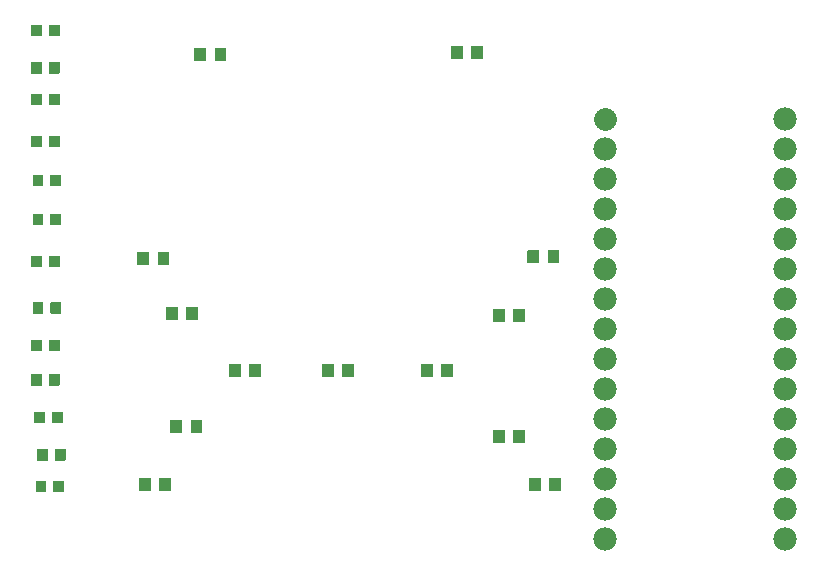
<source format=gts>
G04 Layer: TopSolderMaskLayer*
G04 EasyEDA v6.5.5, 2022-06-27 22:24:16*
G04 832f08802b6e47e68c83d968e1e2cad1,305bcb4f1a4f4cdfadb131dd0c2083ea,10*
G04 Gerber Generator version 0.2*
G04 Scale: 100 percent, Rotated: No, Reflected: No *
G04 Dimensions in inches *
G04 leading zeros omitted , absolute positions ,3 integer and 6 decimal *
%FSLAX36Y36*%
%MOIN*%

%ADD19C,0.0780*%

%LPD*%
D19*
X2180001Y2435001D02*
G01*
X2180001Y2435001D01*
G36*
X1668800Y2633299D02*
G01*
X1668824Y2633315D01*
X1668224Y2633415D01*
X1667624Y2633715D01*
X1667224Y2634115D01*
X1666924Y2634715D01*
X1666824Y2635315D01*
X1666800Y2635300D01*
X1666800Y2674699D01*
X1666824Y2674684D01*
X1666924Y2675284D01*
X1667224Y2675884D01*
X1667624Y2676284D01*
X1668224Y2676584D01*
X1668824Y2676684D01*
X1668800Y2676700D01*
X1704300Y2676700D01*
X1704254Y2676684D01*
X1704854Y2676584D01*
X1705453Y2676284D01*
X1705853Y2675884D01*
X1706154Y2675284D01*
X1706254Y2674684D01*
X1706300Y2674699D01*
X1706300Y2635300D01*
X1706254Y2635315D01*
X1706154Y2634715D01*
X1705853Y2634115D01*
X1705453Y2633715D01*
X1704854Y2633415D01*
X1704254Y2633315D01*
X1704300Y2633299D01*
G37*
G36*
X1735799Y2633299D02*
G01*
X1735753Y2633315D01*
X1735153Y2633415D01*
X1734553Y2633715D01*
X1734153Y2634115D01*
X1733852Y2634715D01*
X1733753Y2635315D01*
X1733800Y2635300D01*
X1733800Y2674699D01*
X1733753Y2674684D01*
X1733852Y2675284D01*
X1734153Y2675884D01*
X1734553Y2676284D01*
X1735153Y2676584D01*
X1735753Y2676684D01*
X1735799Y2676700D01*
X1771199Y2676700D01*
X1771183Y2676684D01*
X1771783Y2676584D01*
X1772382Y2676284D01*
X1772782Y2675884D01*
X1773083Y2675284D01*
X1773182Y2674684D01*
X1773199Y2674699D01*
X1773199Y2635300D01*
X1773182Y2635315D01*
X1773083Y2634715D01*
X1772782Y2634115D01*
X1772382Y2633715D01*
X1771783Y2633415D01*
X1771183Y2633315D01*
X1771199Y2633299D01*
G37*
G36*
X813800Y2628299D02*
G01*
X813824Y2628315D01*
X813224Y2628415D01*
X812624Y2628715D01*
X812224Y2629115D01*
X811924Y2629715D01*
X811824Y2630315D01*
X811800Y2630300D01*
X811800Y2669699D01*
X811824Y2669684D01*
X811924Y2670284D01*
X812224Y2670884D01*
X812624Y2671284D01*
X813224Y2671584D01*
X813824Y2671684D01*
X813800Y2671700D01*
X849300Y2671700D01*
X849254Y2671684D01*
X849854Y2671584D01*
X850453Y2671284D01*
X850853Y2670884D01*
X851154Y2670284D01*
X851254Y2669684D01*
X851300Y2669699D01*
X851300Y2630300D01*
X851254Y2630315D01*
X851154Y2629715D01*
X850853Y2629115D01*
X850453Y2628715D01*
X849854Y2628415D01*
X849254Y2628315D01*
X849300Y2628299D01*
G37*
G36*
X880799Y2628299D02*
G01*
X880753Y2628315D01*
X880153Y2628415D01*
X879553Y2628715D01*
X879153Y2629115D01*
X878852Y2629715D01*
X878753Y2630315D01*
X878800Y2630300D01*
X878800Y2669699D01*
X878753Y2669684D01*
X878852Y2670284D01*
X879153Y2670884D01*
X879553Y2671284D01*
X880153Y2671584D01*
X880753Y2671684D01*
X880799Y2671700D01*
X916199Y2671700D01*
X916183Y2671684D01*
X916783Y2671584D01*
X917382Y2671284D01*
X917782Y2670884D01*
X918083Y2670284D01*
X918182Y2669684D01*
X918199Y2669699D01*
X918199Y2630300D01*
X918182Y2630315D01*
X918083Y2629715D01*
X917782Y2629115D01*
X917382Y2628715D01*
X916783Y2628415D01*
X916183Y2628315D01*
X916199Y2628299D01*
G37*
G36*
X1923800Y1953299D02*
G01*
X1923824Y1953315D01*
X1923225Y1953415D01*
X1922624Y1953715D01*
X1922224Y1954115D01*
X1921925Y1954715D01*
X1921824Y1955315D01*
X1921800Y1955300D01*
X1921800Y1994699D01*
X1921824Y1994685D01*
X1921925Y1995285D01*
X1922224Y1995886D01*
X1922624Y1996286D01*
X1923225Y1996585D01*
X1923824Y1996685D01*
X1923800Y1996700D01*
X1959300Y1996700D01*
X1959255Y1996685D01*
X1959855Y1996585D01*
X1960455Y1996286D01*
X1960855Y1995886D01*
X1961155Y1995285D01*
X1961255Y1994685D01*
X1961300Y1994699D01*
X1961300Y1955300D01*
X1961255Y1955315D01*
X1961155Y1954715D01*
X1960855Y1954115D01*
X1960455Y1953715D01*
X1959855Y1953415D01*
X1959255Y1953315D01*
X1959300Y1953299D01*
G37*
G36*
X1990799Y1953299D02*
G01*
X1990753Y1953315D01*
X1990154Y1953415D01*
X1989553Y1953715D01*
X1989153Y1954115D01*
X1988854Y1954715D01*
X1988753Y1955315D01*
X1988800Y1955300D01*
X1988800Y1994699D01*
X1988753Y1994685D01*
X1988854Y1995285D01*
X1989153Y1995886D01*
X1989553Y1996286D01*
X1990154Y1996585D01*
X1990753Y1996685D01*
X1990799Y1996700D01*
X2026199Y1996700D01*
X2026184Y1996685D01*
X2026784Y1996585D01*
X2027384Y1996286D01*
X2027784Y1995886D01*
X2028083Y1995285D01*
X2028184Y1994685D01*
X2028199Y1994699D01*
X2028199Y1955300D01*
X2028184Y1955315D01*
X2028083Y1954715D01*
X2027784Y1954115D01*
X2027384Y1953715D01*
X2026784Y1953415D01*
X2026184Y1953315D01*
X2026199Y1953299D01*
G37*
G36*
X1238800Y1573299D02*
G01*
X1238824Y1573315D01*
X1238225Y1573415D01*
X1237624Y1573715D01*
X1237224Y1574115D01*
X1236925Y1574715D01*
X1236824Y1575315D01*
X1236800Y1575300D01*
X1236800Y1614699D01*
X1236824Y1614685D01*
X1236925Y1615285D01*
X1237224Y1615886D01*
X1237624Y1616286D01*
X1238225Y1616585D01*
X1238824Y1616685D01*
X1238800Y1616700D01*
X1274300Y1616700D01*
X1274255Y1616685D01*
X1274855Y1616585D01*
X1275455Y1616286D01*
X1275855Y1615886D01*
X1276155Y1615285D01*
X1276255Y1614685D01*
X1276300Y1614699D01*
X1276300Y1575300D01*
X1276255Y1575315D01*
X1276155Y1574715D01*
X1275855Y1574115D01*
X1275455Y1573715D01*
X1274855Y1573415D01*
X1274255Y1573315D01*
X1274300Y1573299D01*
G37*
G36*
X1305799Y1573299D02*
G01*
X1305753Y1573315D01*
X1305154Y1573415D01*
X1304553Y1573715D01*
X1304153Y1574115D01*
X1303854Y1574715D01*
X1303753Y1575315D01*
X1303800Y1575300D01*
X1303800Y1614699D01*
X1303753Y1614685D01*
X1303854Y1615285D01*
X1304153Y1615886D01*
X1304553Y1616286D01*
X1305154Y1616585D01*
X1305753Y1616685D01*
X1305799Y1616700D01*
X1341199Y1616700D01*
X1341184Y1616685D01*
X1341784Y1616585D01*
X1342384Y1616286D01*
X1342784Y1615886D01*
X1343083Y1615285D01*
X1343184Y1614685D01*
X1343199Y1614699D01*
X1343199Y1575300D01*
X1343184Y1575315D01*
X1343083Y1574715D01*
X1342784Y1574115D01*
X1342384Y1573715D01*
X1341784Y1573415D01*
X1341184Y1573315D01*
X1341199Y1573299D01*
G37*
G36*
X623800Y1948299D02*
G01*
X623825Y1948315D01*
X623225Y1948415D01*
X622624Y1948715D01*
X622224Y1949115D01*
X621925Y1949715D01*
X621824Y1950315D01*
X621799Y1950300D01*
X621799Y1989699D01*
X621824Y1989685D01*
X621925Y1990285D01*
X622224Y1990886D01*
X622624Y1991286D01*
X623225Y1991585D01*
X623825Y1991685D01*
X623800Y1991700D01*
X659299Y1991700D01*
X659254Y1991685D01*
X659854Y1991585D01*
X660454Y1991286D01*
X660854Y1990886D01*
X661154Y1990285D01*
X661255Y1989685D01*
X661300Y1989699D01*
X661300Y1950300D01*
X661255Y1950315D01*
X661154Y1949715D01*
X660854Y1949115D01*
X660454Y1948715D01*
X659854Y1948415D01*
X659254Y1948315D01*
X659299Y1948299D01*
G37*
G36*
X690799Y1948299D02*
G01*
X690754Y1948315D01*
X690154Y1948415D01*
X689554Y1948715D01*
X689154Y1949115D01*
X688854Y1949715D01*
X688754Y1950315D01*
X688800Y1950300D01*
X688800Y1989699D01*
X688754Y1989685D01*
X688854Y1990285D01*
X689154Y1990886D01*
X689554Y1991286D01*
X690154Y1991585D01*
X690754Y1991685D01*
X690799Y1991700D01*
X726199Y1991700D01*
X726183Y1991685D01*
X726783Y1991585D01*
X727383Y1991286D01*
X727783Y1990886D01*
X728083Y1990285D01*
X728183Y1989685D01*
X728200Y1989699D01*
X728200Y1950300D01*
X728183Y1950315D01*
X728083Y1949715D01*
X727783Y1949115D01*
X727383Y1948715D01*
X726783Y1948415D01*
X726183Y1948315D01*
X726199Y1948299D01*
G37*
G36*
X1808800Y1353299D02*
G01*
X1808824Y1353315D01*
X1808225Y1353415D01*
X1807624Y1353715D01*
X1807224Y1354115D01*
X1806925Y1354715D01*
X1806824Y1355315D01*
X1806800Y1355300D01*
X1806800Y1394699D01*
X1806824Y1394685D01*
X1806925Y1395285D01*
X1807224Y1395886D01*
X1807624Y1396286D01*
X1808225Y1396585D01*
X1808824Y1396685D01*
X1808800Y1396700D01*
X1844300Y1396700D01*
X1844255Y1396685D01*
X1844855Y1396585D01*
X1845455Y1396286D01*
X1845855Y1395886D01*
X1846155Y1395285D01*
X1846255Y1394685D01*
X1846300Y1394699D01*
X1846300Y1355300D01*
X1846255Y1355315D01*
X1846155Y1354715D01*
X1845855Y1354115D01*
X1845455Y1353715D01*
X1844855Y1353415D01*
X1844255Y1353315D01*
X1844300Y1353299D01*
G37*
G36*
X1875799Y1353299D02*
G01*
X1875753Y1353315D01*
X1875154Y1353415D01*
X1874553Y1353715D01*
X1874153Y1354115D01*
X1873854Y1354715D01*
X1873753Y1355315D01*
X1873800Y1355300D01*
X1873800Y1394699D01*
X1873753Y1394685D01*
X1873854Y1395285D01*
X1874153Y1395886D01*
X1874553Y1396286D01*
X1875154Y1396585D01*
X1875753Y1396685D01*
X1875799Y1396700D01*
X1911199Y1396700D01*
X1911184Y1396685D01*
X1911784Y1396585D01*
X1912384Y1396286D01*
X1912784Y1395886D01*
X1913083Y1395285D01*
X1913184Y1394685D01*
X1913199Y1394699D01*
X1913199Y1355300D01*
X1913184Y1355315D01*
X1913083Y1354715D01*
X1912784Y1354115D01*
X1912384Y1353715D01*
X1911784Y1353415D01*
X1911184Y1353315D01*
X1911199Y1353299D01*
G37*
G36*
X1568800Y1573299D02*
G01*
X1568824Y1573315D01*
X1568225Y1573415D01*
X1567624Y1573715D01*
X1567224Y1574115D01*
X1566925Y1574715D01*
X1566824Y1575315D01*
X1566800Y1575300D01*
X1566800Y1614699D01*
X1566824Y1614685D01*
X1566925Y1615285D01*
X1567224Y1615886D01*
X1567624Y1616286D01*
X1568225Y1616585D01*
X1568824Y1616685D01*
X1568800Y1616700D01*
X1604300Y1616700D01*
X1604255Y1616685D01*
X1604855Y1616585D01*
X1605455Y1616286D01*
X1605855Y1615886D01*
X1606155Y1615285D01*
X1606255Y1614685D01*
X1606300Y1614699D01*
X1606300Y1575300D01*
X1606255Y1575315D01*
X1606155Y1574715D01*
X1605855Y1574115D01*
X1605455Y1573715D01*
X1604855Y1573415D01*
X1604255Y1573315D01*
X1604300Y1573299D01*
G37*
G36*
X1635799Y1573299D02*
G01*
X1635753Y1573315D01*
X1635154Y1573415D01*
X1634553Y1573715D01*
X1634153Y1574115D01*
X1633854Y1574715D01*
X1633753Y1575315D01*
X1633800Y1575300D01*
X1633800Y1614699D01*
X1633753Y1614685D01*
X1633854Y1615285D01*
X1634153Y1615886D01*
X1634553Y1616286D01*
X1635154Y1616585D01*
X1635753Y1616685D01*
X1635799Y1616700D01*
X1671199Y1616700D01*
X1671184Y1616685D01*
X1671784Y1616585D01*
X1672384Y1616286D01*
X1672784Y1615886D01*
X1673083Y1615285D01*
X1673184Y1614685D01*
X1673199Y1614699D01*
X1673199Y1575300D01*
X1673184Y1575315D01*
X1673083Y1574715D01*
X1672784Y1574115D01*
X1672384Y1573715D01*
X1671784Y1573415D01*
X1671184Y1573315D01*
X1671199Y1573299D01*
G37*
G36*
X928800Y1573299D02*
G01*
X928824Y1573315D01*
X928225Y1573415D01*
X927624Y1573715D01*
X927224Y1574115D01*
X926925Y1574715D01*
X926824Y1575315D01*
X926800Y1575300D01*
X926800Y1614699D01*
X926824Y1614685D01*
X926925Y1615285D01*
X927224Y1615886D01*
X927624Y1616286D01*
X928225Y1616585D01*
X928824Y1616685D01*
X928800Y1616700D01*
X964300Y1616700D01*
X964255Y1616685D01*
X964855Y1616585D01*
X965455Y1616286D01*
X965855Y1615886D01*
X966155Y1615285D01*
X966255Y1614685D01*
X966300Y1614699D01*
X966300Y1575300D01*
X966255Y1575315D01*
X966155Y1574715D01*
X965855Y1574115D01*
X965455Y1573715D01*
X964855Y1573415D01*
X964255Y1573315D01*
X964300Y1573299D01*
G37*
G36*
X995799Y1573299D02*
G01*
X995753Y1573315D01*
X995154Y1573415D01*
X994553Y1573715D01*
X994153Y1574115D01*
X993854Y1574715D01*
X993753Y1575315D01*
X993800Y1575300D01*
X993800Y1614699D01*
X993753Y1614685D01*
X993854Y1615285D01*
X994153Y1615886D01*
X994553Y1616286D01*
X995154Y1616585D01*
X995753Y1616685D01*
X995799Y1616700D01*
X1031199Y1616700D01*
X1031184Y1616685D01*
X1031784Y1616585D01*
X1032384Y1616286D01*
X1032784Y1615886D01*
X1033083Y1615285D01*
X1033184Y1614685D01*
X1033199Y1614699D01*
X1033199Y1575300D01*
X1033184Y1575315D01*
X1033083Y1574715D01*
X1032784Y1574115D01*
X1032384Y1573715D01*
X1031784Y1573415D01*
X1031184Y1573315D01*
X1031199Y1573299D01*
G37*
G36*
X733800Y1388299D02*
G01*
X733825Y1388315D01*
X733225Y1388415D01*
X732624Y1388715D01*
X732224Y1389115D01*
X731925Y1389715D01*
X731824Y1390315D01*
X731799Y1390300D01*
X731799Y1429699D01*
X731824Y1429685D01*
X731925Y1430285D01*
X732224Y1430886D01*
X732624Y1431286D01*
X733225Y1431585D01*
X733825Y1431685D01*
X733800Y1431700D01*
X769300Y1431700D01*
X769255Y1431685D01*
X769855Y1431585D01*
X770455Y1431286D01*
X770855Y1430886D01*
X771155Y1430285D01*
X771255Y1429685D01*
X771300Y1429699D01*
X771300Y1390300D01*
X771255Y1390315D01*
X771155Y1389715D01*
X770855Y1389115D01*
X770455Y1388715D01*
X769855Y1388415D01*
X769255Y1388315D01*
X769300Y1388299D01*
G37*
G36*
X800799Y1388299D02*
G01*
X800753Y1388315D01*
X800154Y1388415D01*
X799553Y1388715D01*
X799153Y1389115D01*
X798854Y1389715D01*
X798753Y1390315D01*
X798800Y1390300D01*
X798800Y1429699D01*
X798753Y1429685D01*
X798854Y1430285D01*
X799153Y1430886D01*
X799553Y1431286D01*
X800154Y1431585D01*
X800753Y1431685D01*
X800799Y1431700D01*
X836199Y1431700D01*
X836184Y1431685D01*
X836784Y1431585D01*
X837384Y1431286D01*
X837784Y1430886D01*
X838083Y1430285D01*
X838184Y1429685D01*
X838199Y1429699D01*
X838199Y1390300D01*
X838184Y1390315D01*
X838083Y1389715D01*
X837784Y1389115D01*
X837384Y1388715D01*
X836784Y1388415D01*
X836184Y1388315D01*
X836199Y1388299D01*
G37*
G36*
X1808800Y1758299D02*
G01*
X1808824Y1758315D01*
X1808225Y1758415D01*
X1807624Y1758715D01*
X1807224Y1759115D01*
X1806925Y1759715D01*
X1806824Y1760315D01*
X1806800Y1760300D01*
X1806800Y1799699D01*
X1806824Y1799685D01*
X1806925Y1800285D01*
X1807224Y1800886D01*
X1807624Y1801286D01*
X1808225Y1801585D01*
X1808824Y1801685D01*
X1808800Y1801700D01*
X1844300Y1801700D01*
X1844255Y1801685D01*
X1844855Y1801585D01*
X1845455Y1801286D01*
X1845855Y1800886D01*
X1846155Y1800285D01*
X1846255Y1799685D01*
X1846300Y1799699D01*
X1846300Y1760300D01*
X1846255Y1760315D01*
X1846155Y1759715D01*
X1845855Y1759115D01*
X1845455Y1758715D01*
X1844855Y1758415D01*
X1844255Y1758315D01*
X1844300Y1758299D01*
G37*
G36*
X1875799Y1758299D02*
G01*
X1875753Y1758315D01*
X1875154Y1758415D01*
X1874553Y1758715D01*
X1874153Y1759115D01*
X1873854Y1759715D01*
X1873753Y1760315D01*
X1873800Y1760300D01*
X1873800Y1799699D01*
X1873753Y1799685D01*
X1873854Y1800285D01*
X1874153Y1800886D01*
X1874553Y1801286D01*
X1875154Y1801585D01*
X1875753Y1801685D01*
X1875799Y1801700D01*
X1911199Y1801700D01*
X1911184Y1801685D01*
X1911784Y1801585D01*
X1912384Y1801286D01*
X1912784Y1800886D01*
X1913083Y1800285D01*
X1913184Y1799685D01*
X1913199Y1799699D01*
X1913199Y1760300D01*
X1913184Y1760315D01*
X1913083Y1759715D01*
X1912784Y1759115D01*
X1912384Y1758715D01*
X1911784Y1758415D01*
X1911184Y1758315D01*
X1911199Y1758299D01*
G37*
G36*
X1928800Y1193299D02*
G01*
X1928824Y1193315D01*
X1928225Y1193415D01*
X1927624Y1193715D01*
X1927224Y1194115D01*
X1926925Y1194715D01*
X1926824Y1195315D01*
X1926800Y1195300D01*
X1926800Y1234699D01*
X1926824Y1234685D01*
X1926925Y1235285D01*
X1927224Y1235886D01*
X1927624Y1236286D01*
X1928225Y1236585D01*
X1928824Y1236685D01*
X1928800Y1236700D01*
X1964300Y1236700D01*
X1964255Y1236685D01*
X1964855Y1236585D01*
X1965455Y1236286D01*
X1965855Y1235886D01*
X1966155Y1235285D01*
X1966255Y1234685D01*
X1966300Y1234699D01*
X1966300Y1195300D01*
X1966255Y1195315D01*
X1966155Y1194715D01*
X1965855Y1194115D01*
X1965455Y1193715D01*
X1964855Y1193415D01*
X1964255Y1193315D01*
X1964300Y1193299D01*
G37*
G36*
X1995799Y1193299D02*
G01*
X1995753Y1193315D01*
X1995154Y1193415D01*
X1994553Y1193715D01*
X1994153Y1194115D01*
X1993854Y1194715D01*
X1993753Y1195315D01*
X1993800Y1195300D01*
X1993800Y1234699D01*
X1993753Y1234685D01*
X1993854Y1235285D01*
X1994153Y1235886D01*
X1994553Y1236286D01*
X1995154Y1236585D01*
X1995753Y1236685D01*
X1995799Y1236700D01*
X2031199Y1236700D01*
X2031184Y1236685D01*
X2031784Y1236585D01*
X2032384Y1236286D01*
X2032784Y1235886D01*
X2033083Y1235285D01*
X2033184Y1234685D01*
X2033199Y1234699D01*
X2033199Y1195300D01*
X2033184Y1195315D01*
X2033083Y1194715D01*
X2032784Y1194115D01*
X2032384Y1193715D01*
X2031784Y1193415D01*
X2031184Y1193315D01*
X2031199Y1193299D01*
G37*
G36*
X718800Y1763299D02*
G01*
X718825Y1763315D01*
X718225Y1763415D01*
X717624Y1763715D01*
X717224Y1764115D01*
X716925Y1764715D01*
X716824Y1765315D01*
X716799Y1765300D01*
X716799Y1804699D01*
X716824Y1804685D01*
X716925Y1805285D01*
X717224Y1805886D01*
X717624Y1806286D01*
X718225Y1806585D01*
X718825Y1806685D01*
X718800Y1806700D01*
X754299Y1806700D01*
X754254Y1806685D01*
X754854Y1806585D01*
X755454Y1806286D01*
X755854Y1805886D01*
X756154Y1805285D01*
X756255Y1804685D01*
X756300Y1804699D01*
X756300Y1765300D01*
X756255Y1765315D01*
X756154Y1764715D01*
X755854Y1764115D01*
X755454Y1763715D01*
X754854Y1763415D01*
X754254Y1763315D01*
X754299Y1763299D01*
G37*
G36*
X785799Y1763299D02*
G01*
X785753Y1763315D01*
X785154Y1763415D01*
X784553Y1763715D01*
X784153Y1764115D01*
X783854Y1764715D01*
X783753Y1765315D01*
X783800Y1765300D01*
X783800Y1804699D01*
X783753Y1804685D01*
X783854Y1805285D01*
X784153Y1805886D01*
X784553Y1806286D01*
X785154Y1806585D01*
X785753Y1806685D01*
X785799Y1806700D01*
X821199Y1806700D01*
X821184Y1806685D01*
X821784Y1806585D01*
X822384Y1806286D01*
X822784Y1805886D01*
X823083Y1805285D01*
X823184Y1804685D01*
X823199Y1804699D01*
X823199Y1765300D01*
X823184Y1765315D01*
X823083Y1764715D01*
X822784Y1764115D01*
X822384Y1763715D01*
X821784Y1763415D01*
X821184Y1763315D01*
X821199Y1763299D01*
G37*
G36*
X628800Y1193299D02*
G01*
X628825Y1193315D01*
X628225Y1193415D01*
X627624Y1193715D01*
X627224Y1194115D01*
X626925Y1194715D01*
X626824Y1195315D01*
X626799Y1195300D01*
X626799Y1234699D01*
X626824Y1234685D01*
X626925Y1235285D01*
X627224Y1235886D01*
X627624Y1236286D01*
X628225Y1236585D01*
X628825Y1236685D01*
X628800Y1236700D01*
X664299Y1236700D01*
X664254Y1236685D01*
X664854Y1236585D01*
X665454Y1236286D01*
X665854Y1235886D01*
X666154Y1235285D01*
X666255Y1234685D01*
X666300Y1234699D01*
X666300Y1195300D01*
X666255Y1195315D01*
X666154Y1194715D01*
X665854Y1194115D01*
X665454Y1193715D01*
X664854Y1193415D01*
X664254Y1193315D01*
X664299Y1193299D01*
G37*
G36*
X695799Y1193299D02*
G01*
X695754Y1193315D01*
X695154Y1193415D01*
X694554Y1193715D01*
X694154Y1194115D01*
X693854Y1194715D01*
X693754Y1195315D01*
X693800Y1195300D01*
X693800Y1234699D01*
X693754Y1234685D01*
X693854Y1235285D01*
X694154Y1235886D01*
X694554Y1236286D01*
X695154Y1236585D01*
X695754Y1236685D01*
X695799Y1236700D01*
X731199Y1236700D01*
X731183Y1236685D01*
X731783Y1236585D01*
X732383Y1236286D01*
X732783Y1235886D01*
X733083Y1235285D01*
X733183Y1234685D01*
X733200Y1234699D01*
X733200Y1195300D01*
X733183Y1195315D01*
X733083Y1194715D01*
X732783Y1194115D01*
X732383Y1193715D01*
X731783Y1193415D01*
X731183Y1193315D01*
X731199Y1193299D01*
G37*
G36*
X269468Y2710991D02*
G01*
X268868Y2711091D01*
X268269Y2711391D01*
X267869Y2711792D01*
X267568Y2712392D01*
X267469Y2712991D01*
X267500Y2713000D01*
X267500Y2746999D01*
X267469Y2747008D01*
X267568Y2747608D01*
X267869Y2748207D01*
X268269Y2748608D01*
X268868Y2748908D01*
X269468Y2749008D01*
X269499Y2749000D01*
X301199Y2749000D01*
X301220Y2749008D01*
X301820Y2748908D01*
X302420Y2748608D01*
X302820Y2748207D01*
X303119Y2747608D01*
X303220Y2747008D01*
X303200Y2746999D01*
X303200Y2713000D01*
X303220Y2712991D01*
X303119Y2712392D01*
X302820Y2711792D01*
X302420Y2711391D01*
X301820Y2711091D01*
X301220Y2710991D01*
X301199Y2710999D01*
X269499Y2710999D01*
G37*
G36*
X328779Y2710991D02*
G01*
X328179Y2711091D01*
X327579Y2711391D01*
X327179Y2711792D01*
X326880Y2712392D01*
X326779Y2712991D01*
X326799Y2713000D01*
X326799Y2746999D01*
X326779Y2747008D01*
X326880Y2747608D01*
X327179Y2748207D01*
X327579Y2748608D01*
X328179Y2748908D01*
X328779Y2749008D01*
X328800Y2749000D01*
X360500Y2749000D01*
X360531Y2749008D01*
X361131Y2748908D01*
X361730Y2748608D01*
X362130Y2748207D01*
X362431Y2747608D01*
X362530Y2747008D01*
X362500Y2746999D01*
X362500Y2713000D01*
X362530Y2712991D01*
X362431Y2712392D01*
X362130Y2711792D01*
X361730Y2711391D01*
X361131Y2711091D01*
X360531Y2710991D01*
X360500Y2710999D01*
X328800Y2710999D01*
G37*
G36*
X269468Y2585991D02*
G01*
X268868Y2586091D01*
X268269Y2586391D01*
X267869Y2586792D01*
X267568Y2587392D01*
X267469Y2587991D01*
X267500Y2588000D01*
X267500Y2621999D01*
X267469Y2622008D01*
X267568Y2622608D01*
X267869Y2623207D01*
X268269Y2623608D01*
X268868Y2623908D01*
X269468Y2624008D01*
X269499Y2624000D01*
X301199Y2624000D01*
X301220Y2624008D01*
X301820Y2623908D01*
X302420Y2623608D01*
X302820Y2623207D01*
X303119Y2622608D01*
X303220Y2622008D01*
X303200Y2621999D01*
X303200Y2588000D01*
X303220Y2587991D01*
X303119Y2587392D01*
X302820Y2586792D01*
X302420Y2586391D01*
X301820Y2586091D01*
X301220Y2585991D01*
X301199Y2585999D01*
X269499Y2585999D01*
G37*
G36*
X328779Y2585991D02*
G01*
X328179Y2586091D01*
X327579Y2586391D01*
X327179Y2586792D01*
X326880Y2587392D01*
X326779Y2587991D01*
X326799Y2588000D01*
X326799Y2621999D01*
X326779Y2622008D01*
X326880Y2622608D01*
X327179Y2623207D01*
X327579Y2623608D01*
X328179Y2623908D01*
X328779Y2624008D01*
X328800Y2624000D01*
X360500Y2624000D01*
X360531Y2624008D01*
X361131Y2623908D01*
X361730Y2623608D01*
X362130Y2623207D01*
X362431Y2622608D01*
X362530Y2622008D01*
X362500Y2621999D01*
X362500Y2588000D01*
X362530Y2587991D01*
X362431Y2587392D01*
X362130Y2586792D01*
X361730Y2586391D01*
X361131Y2586091D01*
X360531Y2585991D01*
X360500Y2585999D01*
X328800Y2585999D01*
G37*
G36*
X269468Y2480991D02*
G01*
X268868Y2481091D01*
X268269Y2481391D01*
X267869Y2481792D01*
X267568Y2482392D01*
X267469Y2482991D01*
X267500Y2483000D01*
X267500Y2516999D01*
X267469Y2517008D01*
X267568Y2517608D01*
X267869Y2518207D01*
X268269Y2518608D01*
X268868Y2518908D01*
X269468Y2519008D01*
X269499Y2519000D01*
X301199Y2519000D01*
X301220Y2519008D01*
X301820Y2518908D01*
X302420Y2518608D01*
X302820Y2518207D01*
X303119Y2517608D01*
X303220Y2517008D01*
X303200Y2516999D01*
X303200Y2483000D01*
X303220Y2482991D01*
X303119Y2482392D01*
X302820Y2481792D01*
X302420Y2481391D01*
X301820Y2481091D01*
X301220Y2480991D01*
X301199Y2480999D01*
X269499Y2480999D01*
G37*
G36*
X328779Y2480991D02*
G01*
X328179Y2481091D01*
X327579Y2481391D01*
X327179Y2481792D01*
X326880Y2482392D01*
X326779Y2482991D01*
X326799Y2483000D01*
X326799Y2516999D01*
X326779Y2517008D01*
X326880Y2517608D01*
X327179Y2518207D01*
X327579Y2518608D01*
X328179Y2518908D01*
X328779Y2519008D01*
X328800Y2519000D01*
X360500Y2519000D01*
X360531Y2519008D01*
X361131Y2518908D01*
X361730Y2518608D01*
X362130Y2518207D01*
X362431Y2517608D01*
X362530Y2517008D01*
X362500Y2516999D01*
X362500Y2483000D01*
X362530Y2482991D01*
X362431Y2482392D01*
X362130Y2481792D01*
X361730Y2481391D01*
X361131Y2481091D01*
X360531Y2480991D01*
X360500Y2480999D01*
X328800Y2480999D01*
G37*
G36*
X274468Y1785991D02*
G01*
X273868Y1786091D01*
X273269Y1786391D01*
X272869Y1786792D01*
X272568Y1787391D01*
X272469Y1787991D01*
X272500Y1788000D01*
X272500Y1821999D01*
X272469Y1822008D01*
X272568Y1822608D01*
X272869Y1823207D01*
X273269Y1823608D01*
X273868Y1823908D01*
X274468Y1824008D01*
X274499Y1824000D01*
X306199Y1824000D01*
X306220Y1824008D01*
X306820Y1823908D01*
X307420Y1823608D01*
X307820Y1823207D01*
X308119Y1822608D01*
X308220Y1822008D01*
X308200Y1821999D01*
X308200Y1788000D01*
X308220Y1787991D01*
X308119Y1787391D01*
X307820Y1786792D01*
X307420Y1786391D01*
X306820Y1786091D01*
X306220Y1785991D01*
X306199Y1785999D01*
X274499Y1785999D01*
G37*
G36*
X333779Y1785991D02*
G01*
X333179Y1786091D01*
X332579Y1786391D01*
X332179Y1786792D01*
X331880Y1787391D01*
X331779Y1787991D01*
X331799Y1788000D01*
X331799Y1821999D01*
X331779Y1822008D01*
X331880Y1822608D01*
X332179Y1823207D01*
X332579Y1823608D01*
X333179Y1823908D01*
X333779Y1824008D01*
X333800Y1824000D01*
X365500Y1824000D01*
X365531Y1824008D01*
X366131Y1823908D01*
X366730Y1823608D01*
X367130Y1823207D01*
X367431Y1822608D01*
X367530Y1822008D01*
X367500Y1821999D01*
X367500Y1788000D01*
X367530Y1787991D01*
X367431Y1787391D01*
X367130Y1786792D01*
X366730Y1786391D01*
X366131Y1786091D01*
X365531Y1785991D01*
X365500Y1785999D01*
X333800Y1785999D01*
G37*
G36*
X269468Y2340991D02*
G01*
X268868Y2341091D01*
X268269Y2341391D01*
X267869Y2341792D01*
X267568Y2342392D01*
X267469Y2342991D01*
X267500Y2343000D01*
X267500Y2376999D01*
X267469Y2377008D01*
X267568Y2377608D01*
X267869Y2378207D01*
X268269Y2378608D01*
X268868Y2378908D01*
X269468Y2379008D01*
X269499Y2379000D01*
X301199Y2379000D01*
X301220Y2379008D01*
X301820Y2378908D01*
X302420Y2378608D01*
X302820Y2378207D01*
X303119Y2377608D01*
X303220Y2377008D01*
X303200Y2376999D01*
X303200Y2343000D01*
X303220Y2342991D01*
X303119Y2342392D01*
X302820Y2341792D01*
X302420Y2341391D01*
X301820Y2341091D01*
X301220Y2340991D01*
X301199Y2340999D01*
X269499Y2340999D01*
G37*
G36*
X328779Y2340991D02*
G01*
X328179Y2341091D01*
X327579Y2341391D01*
X327179Y2341792D01*
X326880Y2342392D01*
X326779Y2342991D01*
X326799Y2343000D01*
X326799Y2376999D01*
X326779Y2377008D01*
X326880Y2377608D01*
X327179Y2378207D01*
X327579Y2378608D01*
X328179Y2378908D01*
X328779Y2379008D01*
X328800Y2379000D01*
X360500Y2379000D01*
X360531Y2379008D01*
X361131Y2378908D01*
X361730Y2378608D01*
X362130Y2378207D01*
X362431Y2377608D01*
X362530Y2377008D01*
X362500Y2376999D01*
X362500Y2343000D01*
X362530Y2342991D01*
X362431Y2342392D01*
X362130Y2341792D01*
X361730Y2341391D01*
X361131Y2341091D01*
X360531Y2340991D01*
X360500Y2340999D01*
X328800Y2340999D01*
G37*
G36*
X269468Y1545991D02*
G01*
X268868Y1546091D01*
X268269Y1546391D01*
X267869Y1546792D01*
X267568Y1547391D01*
X267469Y1547991D01*
X267500Y1548000D01*
X267500Y1581999D01*
X267469Y1582008D01*
X267568Y1582608D01*
X267869Y1583207D01*
X268269Y1583608D01*
X268868Y1583908D01*
X269468Y1584008D01*
X269499Y1584000D01*
X301199Y1584000D01*
X301220Y1584008D01*
X301820Y1583908D01*
X302420Y1583608D01*
X302820Y1583207D01*
X303119Y1582608D01*
X303220Y1582008D01*
X303200Y1581999D01*
X303200Y1548000D01*
X303220Y1547991D01*
X303119Y1547391D01*
X302820Y1546792D01*
X302420Y1546391D01*
X301820Y1546091D01*
X301220Y1545991D01*
X301199Y1545999D01*
X269499Y1545999D01*
G37*
G36*
X328779Y1545991D02*
G01*
X328179Y1546091D01*
X327579Y1546391D01*
X327179Y1546792D01*
X326880Y1547391D01*
X326779Y1547991D01*
X326799Y1548000D01*
X326799Y1581999D01*
X326779Y1582008D01*
X326880Y1582608D01*
X327179Y1583207D01*
X327579Y1583608D01*
X328179Y1583908D01*
X328779Y1584008D01*
X328800Y1584000D01*
X360500Y1584000D01*
X360531Y1584008D01*
X361131Y1583908D01*
X361730Y1583608D01*
X362130Y1583207D01*
X362431Y1582608D01*
X362530Y1582008D01*
X362500Y1581999D01*
X362500Y1548000D01*
X362530Y1547991D01*
X362431Y1547391D01*
X362130Y1546792D01*
X361730Y1546391D01*
X361131Y1546091D01*
X360531Y1545991D01*
X360500Y1545999D01*
X328800Y1545999D01*
G37*
G36*
X269468Y1940991D02*
G01*
X268868Y1941091D01*
X268269Y1941391D01*
X267869Y1941792D01*
X267568Y1942391D01*
X267469Y1942991D01*
X267500Y1943000D01*
X267500Y1976999D01*
X267469Y1977008D01*
X267568Y1977608D01*
X267869Y1978207D01*
X268269Y1978608D01*
X268868Y1978908D01*
X269468Y1979008D01*
X269499Y1979000D01*
X301199Y1979000D01*
X301220Y1979008D01*
X301820Y1978908D01*
X302420Y1978608D01*
X302820Y1978207D01*
X303119Y1977608D01*
X303220Y1977008D01*
X303200Y1976999D01*
X303200Y1943000D01*
X303220Y1942991D01*
X303119Y1942391D01*
X302820Y1941792D01*
X302420Y1941391D01*
X301820Y1941091D01*
X301220Y1940991D01*
X301199Y1940999D01*
X269499Y1940999D01*
G37*
G36*
X328779Y1940991D02*
G01*
X328179Y1941091D01*
X327579Y1941391D01*
X327179Y1941792D01*
X326880Y1942391D01*
X326779Y1942991D01*
X326799Y1943000D01*
X326799Y1976999D01*
X326779Y1977008D01*
X326880Y1977608D01*
X327179Y1978207D01*
X327579Y1978608D01*
X328179Y1978908D01*
X328779Y1979008D01*
X328800Y1979000D01*
X360500Y1979000D01*
X360531Y1979008D01*
X361131Y1978908D01*
X361730Y1978608D01*
X362130Y1978207D01*
X362431Y1977608D01*
X362530Y1977008D01*
X362500Y1976999D01*
X362500Y1943000D01*
X362530Y1942991D01*
X362431Y1942391D01*
X362130Y1941792D01*
X361730Y1941391D01*
X361131Y1941091D01*
X360531Y1940991D01*
X360500Y1940999D01*
X328800Y1940999D01*
G37*
G36*
X269468Y1660991D02*
G01*
X268868Y1661091D01*
X268269Y1661391D01*
X267869Y1661792D01*
X267568Y1662391D01*
X267469Y1662991D01*
X267500Y1663000D01*
X267500Y1696999D01*
X267469Y1697008D01*
X267568Y1697608D01*
X267869Y1698207D01*
X268269Y1698608D01*
X268868Y1698908D01*
X269468Y1699008D01*
X269499Y1699000D01*
X301199Y1699000D01*
X301220Y1699008D01*
X301820Y1698908D01*
X302420Y1698608D01*
X302820Y1698207D01*
X303119Y1697608D01*
X303220Y1697008D01*
X303200Y1696999D01*
X303200Y1663000D01*
X303220Y1662991D01*
X303119Y1662391D01*
X302820Y1661792D01*
X302420Y1661391D01*
X301820Y1661091D01*
X301220Y1660991D01*
X301199Y1660999D01*
X269499Y1660999D01*
G37*
G36*
X328779Y1660991D02*
G01*
X328179Y1661091D01*
X327579Y1661391D01*
X327179Y1661792D01*
X326880Y1662391D01*
X326779Y1662991D01*
X326799Y1663000D01*
X326799Y1696999D01*
X326779Y1697008D01*
X326880Y1697608D01*
X327179Y1698207D01*
X327579Y1698608D01*
X328179Y1698908D01*
X328779Y1699008D01*
X328800Y1699000D01*
X360500Y1699000D01*
X360531Y1699008D01*
X361131Y1698908D01*
X361730Y1698608D01*
X362130Y1698207D01*
X362431Y1697608D01*
X362530Y1697008D01*
X362500Y1696999D01*
X362500Y1663000D01*
X362530Y1662991D01*
X362431Y1662391D01*
X362130Y1661792D01*
X361730Y1661391D01*
X361131Y1661091D01*
X360531Y1660991D01*
X360500Y1660999D01*
X328800Y1660999D01*
G37*
G36*
X279470Y1420992D02*
G01*
X278870Y1421093D01*
X278270Y1421392D01*
X277870Y1421792D01*
X277570Y1422392D01*
X277470Y1422993D01*
X277500Y1423000D01*
X277500Y1456999D01*
X277470Y1457008D01*
X277570Y1457608D01*
X277870Y1458208D01*
X278270Y1458608D01*
X278870Y1458908D01*
X279470Y1459008D01*
X279499Y1459000D01*
X311199Y1459000D01*
X311221Y1459008D01*
X311820Y1458908D01*
X312421Y1458608D01*
X312821Y1458208D01*
X313121Y1457608D01*
X313221Y1457008D01*
X313200Y1456999D01*
X313200Y1423000D01*
X313221Y1422993D01*
X313121Y1422392D01*
X312821Y1421792D01*
X312421Y1421392D01*
X311820Y1421093D01*
X311221Y1420992D01*
X311199Y1420999D01*
X279499Y1420999D01*
G37*
G36*
X338780Y1420992D02*
G01*
X338180Y1421093D01*
X337581Y1421392D01*
X337181Y1421792D01*
X336880Y1422392D01*
X336781Y1422993D01*
X336799Y1423000D01*
X336799Y1456999D01*
X336781Y1457008D01*
X336880Y1457608D01*
X337181Y1458208D01*
X337581Y1458608D01*
X338180Y1458908D01*
X338780Y1459008D01*
X338800Y1459000D01*
X370500Y1459000D01*
X370532Y1459008D01*
X371132Y1458908D01*
X371732Y1458608D01*
X372132Y1458208D01*
X372431Y1457608D01*
X372532Y1457008D01*
X372500Y1456999D01*
X372500Y1423000D01*
X372532Y1422993D01*
X372431Y1422392D01*
X372132Y1421792D01*
X371732Y1421392D01*
X371132Y1421093D01*
X370532Y1420992D01*
X370500Y1420999D01*
X338800Y1420999D01*
G37*
G36*
X274468Y2210991D02*
G01*
X273868Y2211091D01*
X273269Y2211391D01*
X272869Y2211792D01*
X272568Y2212392D01*
X272469Y2212991D01*
X272500Y2213000D01*
X272500Y2246999D01*
X272469Y2247008D01*
X272568Y2247608D01*
X272869Y2248207D01*
X273269Y2248608D01*
X273868Y2248908D01*
X274468Y2249008D01*
X274499Y2249000D01*
X306199Y2249000D01*
X306220Y2249008D01*
X306820Y2248908D01*
X307420Y2248608D01*
X307820Y2248207D01*
X308119Y2247608D01*
X308220Y2247008D01*
X308200Y2246999D01*
X308200Y2213000D01*
X308220Y2212991D01*
X308119Y2212392D01*
X307820Y2211792D01*
X307420Y2211391D01*
X306820Y2211091D01*
X306220Y2210991D01*
X306199Y2210999D01*
X274499Y2210999D01*
G37*
G36*
X333779Y2210991D02*
G01*
X333179Y2211091D01*
X332579Y2211391D01*
X332179Y2211792D01*
X331880Y2212392D01*
X331779Y2212991D01*
X331799Y2213000D01*
X331799Y2246999D01*
X331779Y2247008D01*
X331880Y2247608D01*
X332179Y2248207D01*
X332579Y2248608D01*
X333179Y2248908D01*
X333779Y2249008D01*
X333800Y2249000D01*
X365500Y2249000D01*
X365531Y2249008D01*
X366131Y2248908D01*
X366730Y2248608D01*
X367130Y2248207D01*
X367431Y2247608D01*
X367530Y2247008D01*
X367500Y2246999D01*
X367500Y2213000D01*
X367530Y2212991D01*
X367431Y2212392D01*
X367130Y2211792D01*
X366730Y2211391D01*
X366131Y2211091D01*
X365531Y2210991D01*
X365500Y2210999D01*
X333800Y2210999D01*
G37*
G36*
X289470Y1295992D02*
G01*
X288870Y1296093D01*
X288270Y1296392D01*
X287870Y1296792D01*
X287570Y1297392D01*
X287470Y1297993D01*
X287500Y1298000D01*
X287500Y1331999D01*
X287470Y1332008D01*
X287570Y1332608D01*
X287870Y1333208D01*
X288270Y1333608D01*
X288870Y1333908D01*
X289470Y1334008D01*
X289499Y1334000D01*
X321199Y1334000D01*
X321221Y1334008D01*
X321820Y1333908D01*
X322421Y1333608D01*
X322821Y1333208D01*
X323121Y1332608D01*
X323221Y1332008D01*
X323200Y1331999D01*
X323200Y1298000D01*
X323221Y1297993D01*
X323121Y1297392D01*
X322821Y1296792D01*
X322421Y1296392D01*
X321820Y1296093D01*
X321221Y1295992D01*
X321199Y1295999D01*
X289499Y1295999D01*
G37*
G36*
X348780Y1295992D02*
G01*
X348180Y1296093D01*
X347581Y1296392D01*
X347181Y1296792D01*
X346880Y1297392D01*
X346781Y1297993D01*
X346799Y1298000D01*
X346799Y1331999D01*
X346781Y1332008D01*
X346880Y1332608D01*
X347181Y1333208D01*
X347581Y1333608D01*
X348180Y1333908D01*
X348780Y1334008D01*
X348800Y1334000D01*
X380500Y1334000D01*
X380532Y1334008D01*
X381132Y1333908D01*
X381732Y1333608D01*
X382132Y1333208D01*
X382431Y1332608D01*
X382532Y1332008D01*
X382500Y1331999D01*
X382500Y1298000D01*
X382532Y1297993D01*
X382431Y1297392D01*
X382132Y1296792D01*
X381732Y1296392D01*
X381132Y1296093D01*
X380532Y1295992D01*
X380500Y1295999D01*
X348800Y1295999D01*
G37*
G36*
X274468Y2080991D02*
G01*
X273868Y2081091D01*
X273269Y2081391D01*
X272869Y2081792D01*
X272568Y2082391D01*
X272469Y2082991D01*
X272500Y2083000D01*
X272500Y2116999D01*
X272469Y2117008D01*
X272568Y2117608D01*
X272869Y2118207D01*
X273269Y2118608D01*
X273868Y2118908D01*
X274468Y2119008D01*
X274499Y2119000D01*
X306199Y2119000D01*
X306220Y2119008D01*
X306820Y2118908D01*
X307420Y2118608D01*
X307820Y2118207D01*
X308119Y2117608D01*
X308220Y2117008D01*
X308200Y2116999D01*
X308200Y2083000D01*
X308220Y2082991D01*
X308119Y2082391D01*
X307820Y2081792D01*
X307420Y2081391D01*
X306820Y2081091D01*
X306220Y2080991D01*
X306199Y2080999D01*
X274499Y2080999D01*
G37*
G36*
X333779Y2080991D02*
G01*
X333179Y2081091D01*
X332579Y2081391D01*
X332179Y2081792D01*
X331880Y2082391D01*
X331779Y2082991D01*
X331799Y2083000D01*
X331799Y2116999D01*
X331779Y2117008D01*
X331880Y2117608D01*
X332179Y2118207D01*
X332579Y2118608D01*
X333179Y2118908D01*
X333779Y2119008D01*
X333800Y2119000D01*
X365500Y2119000D01*
X365531Y2119008D01*
X366131Y2118908D01*
X366730Y2118608D01*
X367130Y2118207D01*
X367431Y2117608D01*
X367530Y2117008D01*
X367500Y2116999D01*
X367500Y2083000D01*
X367530Y2082991D01*
X367431Y2082391D01*
X367130Y2081792D01*
X366730Y2081391D01*
X366131Y2081091D01*
X365531Y2080991D01*
X365500Y2080999D01*
X333800Y2080999D01*
G37*
G36*
X284468Y1190991D02*
G01*
X283868Y1191091D01*
X283269Y1191391D01*
X282869Y1191792D01*
X282568Y1192391D01*
X282469Y1192991D01*
X282500Y1193000D01*
X282500Y1226999D01*
X282469Y1227008D01*
X282568Y1227608D01*
X282869Y1228207D01*
X283269Y1228608D01*
X283868Y1228908D01*
X284468Y1229008D01*
X284499Y1229000D01*
X316199Y1229000D01*
X316220Y1229008D01*
X316820Y1228908D01*
X317420Y1228608D01*
X317820Y1228207D01*
X318119Y1227608D01*
X318220Y1227008D01*
X318200Y1226999D01*
X318200Y1193000D01*
X318220Y1192991D01*
X318119Y1192391D01*
X317820Y1191792D01*
X317420Y1191391D01*
X316820Y1191091D01*
X316220Y1190991D01*
X316199Y1190999D01*
X284499Y1190999D01*
G37*
G36*
X343779Y1190991D02*
G01*
X343179Y1191091D01*
X342579Y1191391D01*
X342179Y1191792D01*
X341880Y1192391D01*
X341779Y1192991D01*
X341799Y1193000D01*
X341799Y1226999D01*
X341779Y1227008D01*
X341880Y1227608D01*
X342179Y1228207D01*
X342579Y1228608D01*
X343179Y1228908D01*
X343779Y1229008D01*
X343800Y1229000D01*
X375500Y1229000D01*
X375531Y1229008D01*
X376131Y1228908D01*
X376730Y1228608D01*
X377130Y1228207D01*
X377431Y1227608D01*
X377530Y1227008D01*
X377500Y1226999D01*
X377500Y1193000D01*
X377530Y1192991D01*
X377431Y1192391D01*
X377130Y1191792D01*
X376730Y1191391D01*
X376131Y1191091D01*
X375531Y1190991D01*
X375500Y1190999D01*
X343800Y1190999D01*
G37*
G01*
X2780001Y1035001D03*
G01*
X2780001Y1135001D03*
G01*
X2780001Y1235001D03*
G01*
X2780001Y1335001D03*
G01*
X2780001Y1435001D03*
G01*
X2780001Y1535001D03*
G01*
X2780001Y1635001D03*
G01*
X2780001Y1735001D03*
G01*
X2780001Y1835001D03*
G01*
X2780001Y1935001D03*
G01*
X2780001Y2035001D03*
G01*
X2780001Y2135001D03*
G01*
X2780001Y2235001D03*
G01*
X2780001Y2335001D03*
G01*
X2780001Y2435001D03*
G01*
X2180001Y1035001D03*
G01*
X2180001Y1135001D03*
G01*
X2180001Y1235001D03*
G01*
X2180001Y1335001D03*
G01*
X2180001Y1435001D03*
G01*
X2180001Y1535001D03*
G01*
X2180001Y1635001D03*
G01*
X2180001Y1735001D03*
G01*
X2180001Y1835001D03*
G01*
X2180001Y1935001D03*
G01*
X2180001Y2035001D03*
G01*
X2180001Y2135001D03*
G01*
X2180001Y2235001D03*
G01*
X2180001Y2335001D03*
M02*

</source>
